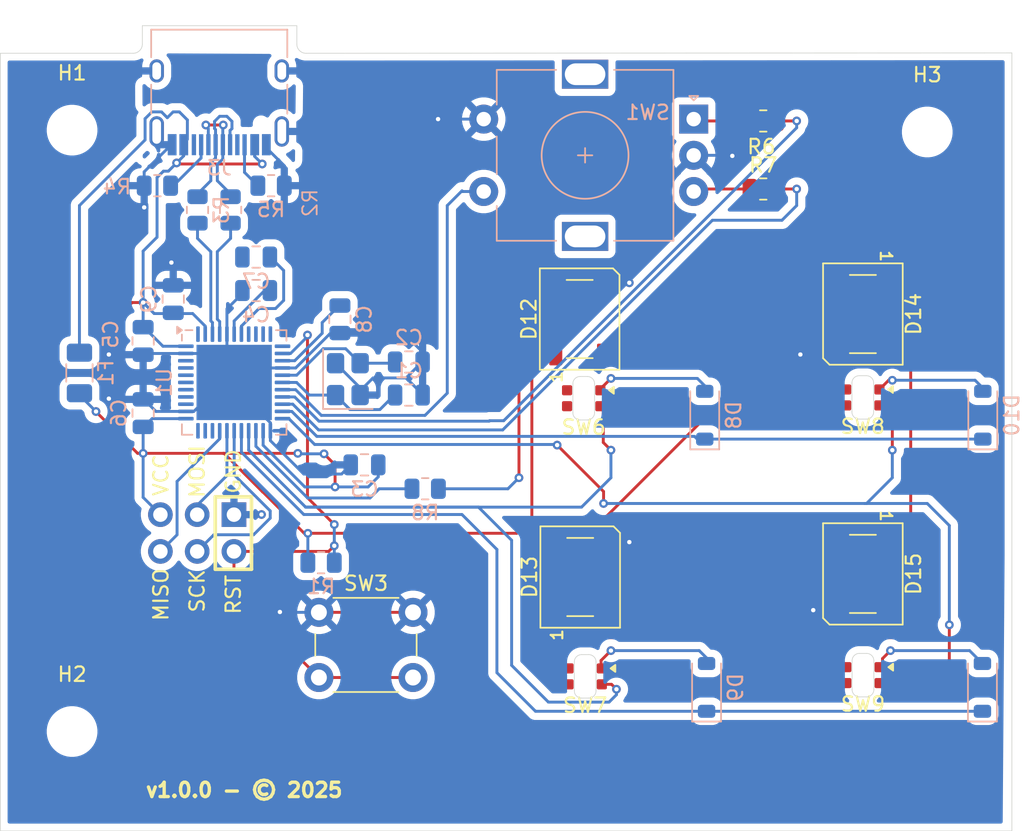
<source format=kicad_pcb>
(kicad_pcb (version 20241229) (generator "pcbnew") (generator_version "9.0")
  (title_block (title "Macropad PCB"))
  (layers (0 "F.Cu" signal) (2 "B.Cu" signal) (13 "F.Paste" user) (15 "B.Paste" user) (5 "F.SilkS" user "F.Silkscreen") (7 "B.SilkS" user "B.Silkscreen") (1 "F.Mask" user) (3 "B.Mask" user) (25 "Edge.Cuts" user))
  (net 0 "")
  (net 1 "GND")
  (net 2 "Net-(R7-Pad1)")
  (net 3 "Net-(R6-Pad2)")
  (net 4 "SW1")
  (net 5 "Net-(U1-XTAL1)")
  (net 6 "Net-(U1-XTAL2)")
  (net 7 "VCC")
  (net 8 "Net-(U1-UCAP)")
  (net 9 "D+")
  (net 10 "D-")
  (net 11 "Net-(J3-CC1)")
  (net 12 "Net-(J3-CC2)")
  (net 13 "R1")
  (net 14 "MOSI")
  (net 15 "C1")
  (net 16 "MISO")
  (net 21 "SCL")
  (net 24 "R2")
  (net 25 "C2")
  (net 33 "Net-(D8-A)")
  (net 34 "Net-(D9-A)")
  (net 35 "Net-(D10-A)")
  (net 36 "Net-(D11-A)")
  (net 37 "LEDInput")
  (net 38 "Net-(D12-DIN)")
  (net 39 "ENC2")
  (net 40 "ENC1")
  (net 42 "RESET")
  (net 44 "Net-(U1-VBUS)")
  (net 46 "Net-(D12-DOUT)")
  (net 47 "Net-(D13-DIN)")
  (net 48 "Net-(D13-DOUT)")
  (net 50 "5V")
  (net 51 "Net-(F1-Pad2)")
  (footprint "marbastlib-xp-mx:LED_MX_WS2812_2020" (layer "F.Cu") (at 149.853 77.131)
    (property "Reference" "SW8")
    (property "Value" "SW_Push" (hide yes))
    (fp_line (start -0.75 1) (end -0.75 -1) (stroke (width 0.05)) (layer "Edge.Cuts"))
    (fp_line (start -0.25 1.5) (end 0.25 1.5) (stroke (width 0.05)) (layer "Edge.Cuts"))
    (fp_line (start 0.25 -1.5) (end -0.25 -1.5) (stroke (width 0.05)) (layer "Edge.Cuts"))
    (fp_line (start 0.75 -1) (end 0.75 1) (stroke (width 0.05)) (layer "Edge.Cuts"))
    (fp_arc (start -0.75 -1) (mid -0.603554 -1.353553) (end -0.250001 -1.500001) (stroke (width 0.05)) (layer "Edge.Cuts"))
    (fp_arc (start -0.250001 1.499999) (mid -0.603553 1.353552) (end -0.75 1) (stroke (width 0.05)) (layer "Edge.Cuts"))
    (fp_arc (start 0.250001 -1.499999) (mid 0.603554 -1.353553) (end 0.75 -1) (stroke (width 0.05)) (layer "Edge.Cuts"))
    (fp_arc (start 0.75 1) (mid 0.603554 1.353554) (end 0.250001 1.500001) (stroke (width 0.05)) (layer "Edge.Cuts"))
  )
  (footprint "marbastlib-xp-mx:LED_MX_WS2812_2020" (layer "F.Cu") (at 130.5814 77.1864)
    (property "Reference" "SW6")
    (property "Value" "SW_Push" (hide yes))
    (fp_line (start -0.75 1) (end -0.75 -1) (stroke (width 0.05)) (layer "Edge.Cuts"))
    (fp_line (start -0.25 1.5) (end 0.25 1.5) (stroke (width 0.05)) (layer "Edge.Cuts"))
    (fp_line (start 0.25 -1.5) (end -0.25 -1.5) (stroke (width 0.05)) (layer "Edge.Cuts"))
    (fp_line (start 0.75 -1) (end 0.75 1) (stroke (width 0.05)) (layer "Edge.Cuts"))
    (fp_arc (start -0.75 -1) (mid -0.603554 -1.353553) (end -0.250001 -1.500001) (stroke (width 0.05)) (layer "Edge.Cuts"))
    (fp_arc (start -0.250001 1.499999) (mid -0.603553 1.353552) (end -0.75 1) (stroke (width 0.05)) (layer "Edge.Cuts"))
    (fp_arc (start 0.250001 -1.499999) (mid 0.603554 -1.353553) (end 0.75 -1) (stroke (width 0.05)) (layer "Edge.Cuts"))
    (fp_arc (start 0.75 1) (mid 0.603554 1.353554) (end 0.250001 1.500001) (stroke (width 0.05)) (layer "Edge.Cuts"))
  )
  (footprint "MountingHole:MountingHole_3mm" (layer "F.Cu") (at 95.25 100.203)
    (property "Reference" "H2")
    (property "Value" "MountingHole" (hide yes))
  )
  (footprint "LED_SMD:LED_WS2812B_PLCC4_5.0x5.0mm_P3.2mm" (layer "F.Cu") (at 149.859 89.318 -90)
    (property "Reference" "D15")
    (property "Value" "WS2812B")
  )
  (footprint "Resistor_SMD:R_0805_2012Metric" (layer "F.Cu") (at 142.9785 58.039 180)
    (property "Reference" "R6")
    (property "Value" "5k" (hide yes))
  )
  (footprint "LED_SMD:LED_WS2812B_PLCC4_5.0x5.0mm_P3.2mm" (layer "F.Cu") (at 149.86 71.374 -90)
    (property "Reference" "D14")
    (property "Value" "WS2812B")
  )
  (footprint "MountingHole:MountingHole_3mm" (layer "F.Cu") (at 95.25 58.674)
    (property "Reference" "H1")
    (property "Value" "MountingHole" (hide yes))
  )
  (footprint "LED_SMD:LED_WS2812B_PLCC4_5.0x5.0mm_P3.2mm" (layer "F.Cu") (at 130.301 71.718 90)
    (property "Reference" "D12")
    (property "Value" "WS2812B")
  )
  (footprint "MountingHole:MountingHole_3mm" (layer "F.Cu") (at 154.305 58.801)
    (property "Reference" "H3")
    (property "Value" "MountingHole" (hide yes))
  )
  (footprint "marbastlib-xp-mx:LED_MX_WS2812_2020" (layer "F.Cu") (at 149.867 96.308)
    (property "Reference" "SW9")
    (property "Value" "SW_Push" (hide yes))
    (fp_line (start -0.75 1) (end -0.75 -1) (stroke (width 0.05)) (layer "Edge.Cuts"))
    (fp_line (start -0.25 1.5) (end 0.25 1.5) (stroke (width 0.05)) (layer "Edge.Cuts"))
    (fp_line (start 0.25 -1.5) (end -0.25 -1.5) (stroke (width 0.05)) (layer "Edge.Cuts"))
    (fp_line (start 0.75 -1) (end 0.75 1) (stroke (width 0.05)) (layer "Edge.Cuts"))
    (fp_arc (start -0.75 -1) (mid -0.603554 -1.353553) (end -0.250001 -1.500001) (stroke (width 0.05)) (layer "Edge.Cuts"))
    (fp_arc (start -0.250001 1.499999) (mid -0.603553 1.353552) (end -0.75 1) (stroke (width 0.05)) (layer "Edge.Cuts"))
    (fp_arc (start 0.250001 -1.499999) (mid 0.603554 -1.353553) (end 0.75 -1) (stroke (width 0.05)) (layer "Edge.Cuts"))
    (fp_arc (start 0.75 1) (mid 0.603554 1.353554) (end 0.250001 1.500001) (stroke (width 0.05)) (layer "Edge.Cuts"))
  )
  (footprint "random-keyboard-parts.pretty-master:Reset_Pretty-Mask" (layer "F.Cu") (at 103.8884 86.496049 90)
    (property "Reference" "J2")
    (property "Value" "AVR-ISP-6")
  )
  (footprint "Button_Switch_THT:SW_PUSH_6mm" (layer "F.Cu") (at 112.2934 91.9734)
    (property "Reference" "SW3")
    (property "Value" "SW_Push")
  )
  (footprint "LED_SMD:LED_WS2812B_PLCC4_5.0x5.0mm_P3.2mm" (layer "F.Cu") (at 130.339 89.534 90)
    (property "Reference" "D13")
    (property "Value" "WS2812B")
  )
  (footprint "Resistor_SMD:R_0805_2012Metric" (layer "F.Cu") (at 142.9785 62.738)
    (property "Reference" "R7")
    (property "Value" "5k" (hide yes))
  )
  (footprint "marbastlib-xp-mx:LED_MX_WS2812_2020" (layer "F.Cu") (at 130.683 96.393)
    (property "Reference" "SW7")
    (property "Value" "SW_Push" (hide yes))
    (fp_line (start -0.75 1) (end -0.75 -1) (stroke (width 0.05)) (layer "Edge.Cuts"))
    (fp_line (start -0.25 1.5) (end 0.25 1.5) (stroke (width 0.05)) (layer "Edge.Cuts"))
    (fp_line (start 0.25 -1.5) (end -0.25 -1.5) (stroke (width 0.05)) (layer "Edge.Cuts"))
    (fp_line (start 0.75 -1) (end 0.75 1) (stroke (width 0.05)) (layer "Edge.Cuts"))
    (fp_arc (start -0.75 -1) (mid -0.603554 -1.353553) (end -0.250001 -1.500001) (stroke (width 0.05)) (layer "Edge.Cuts"))
    (fp_arc (start -0.250001 1.499999) (mid -0.603553 1.353552) (end -0.75 1) (stroke (width 0.05)) (layer "Edge.Cuts"))
    (fp_arc (start 0.250001 -1.499999) (mid 0.603554 -1.353553) (end 0.75 -1) (stroke (width 0.05)) (layer "Edge.Cuts"))
    (fp_arc (start 0.75 1) (mid 0.603554 1.353554) (end 0.250001 1.500001) (stroke (width 0.05)) (layer "Edge.Cuts"))
  )
  (footprint "Capacitor_SMD:C_0805_2012Metric" (layer "B.Cu") (at 107.9594 67.437)
    (property "Reference" "C7")
    (property "Value" "10u" (hide yes))
  )
  (footprint "Resistor_SMD:R_0805_2012Metric" (layer "B.Cu") (at 108.9914 62.5094)
    (property "Reference" "R5")
    (property "Value" "5k" (hide yes))
  )
  (footprint "Crystal:Crystal_SMD_3225-4Pin_3.2x2.5mm" (layer "B.Cu") (at 114.2924 75.869049 90)
    (property "Reference" "Y2" (hide yes))
    (property "Value" "Crystal_GND24")
  )
  (footprint "Capacitor_SMD:C_0805_2012Metric" (layer "B.Cu") (at 100.1564 73.229049 90)
    (property "Reference" "C5")
    (property "Value" "0.1u" (hide yes))
  )
  (footprint "Connector_USB:USB_C_Receptacle_HRO_TYPE-C-31-M-12" (layer "B.Cu") (at 105.412 55.6346)
    (property "Reference" "J3")
    (property "Value" "USB_C_Receptacle_USB2.0_14P")
  )
  (footprint "Resistor_SMD:R_0805_2012Metric" (layer "B.Cu") (at 112.4439 88.5444)
    (property "Reference" "R1")
    (property "Value" "10k" (hide yes))
  )
  (footprint "Rotary_Encoder:RotaryEncoder_Alps_EC11E-Switch_Vertical_H20mm" (layer "B.Cu") (at 138.176 57.912 180)
    (property "Reference" "SW1")
    (property "Value" "RotaryEncoder_Switch")
  )
  (footprint "Fuse:Fuse_1206_3216Metric" (layer "B.Cu") (at 95.758 75.441 90)
    (property "Reference" "F1")
    (property "Value" "Polyfuse" (hide yes))
  )
  (footprint "Resistor_SMD:R_0805_2012Metric" (layer "B.Cu") (at 119.634 83.439)
    (property "Reference" "R8")
    (property "Value" "330" (hide yes))
  )
  (footprint "Resistor_SMD:R_0805_2012Metric" (layer "B.Cu") (at 106.1974 64.1839 90)
    (property "Reference" "R2")
    (property "Value" "22")
  )
  (footprint "Capacitor_SMD:C_0805_2012Metric" (layer "B.Cu") (at 118.5064 76.969049 180)
    (property "Reference" "C1")
    (property "Value" "22pF" (hide yes))
  )
  (footprint "Capacitor_SMD:C_0805_2012Metric" (layer "B.Cu") (at 115.443 81.788)
    (property "Reference" "C3")
    (property "Value" "0.1u" (hide yes))
  )
  (footprint "Capacitor_SMD:C_0805_2012Metric" (layer "B.Cu") (at 113.7454 71.737049 90)
    (property "Reference" "C8")
    (property "Value" "0.1u" (hide yes))
  )
  (footprint "Diode_SMD:D_SOD-123" (layer "B.Cu") (at 158.115 97.154 90)
    (property "Reference" "D11" (hide yes))
    (property "Value" "SOD-123" (hide yes))
  )
  (footprint "Resistor_SMD:R_0805_2012Metric" (layer "B.Cu") (at 103.9114 64.1839 90)
    (property "Reference" "R3")
    (property "Value" "22" (hide yes))
  )
  (footprint "Capacitor_SMD:C_0805_2012Metric" (layer "B.Cu") (at 118.5064 74.683049 180)
    (property "Reference" "C2")
    (property "Value" "22pF" (hide yes))
  )
  (footprint "Diode_SMD:D_SOD-123" (layer "B.Cu") (at 139.065 97.154 90)
    (property "Reference" "D9")
    (property "Value" "SOD-123")
  )
  (footprint "Package_DFN_QFN:QFN-44-1EP_7x7mm_P0.5mm_EP5.2x5.2mm" (layer "B.Cu") (at 106.4434 76.097049 -90)
    (property "Reference" "U1")
    (property "Value" "ATmega32U4-M")
  )
  (footprint "Resistor_SMD:R_0805_2012Metric" (layer "B.Cu") (at 101.1409 62.5094 180)
    (property "Reference" "R4")
    (property "Value" "5k" (hide yes))
  )
  (footprint "Capacitor_SMD:C_0805_2012Metric" (layer "B.Cu") (at 102.235 70.340049 -90)
    (property "Reference" "C9")
    (property "Value" "0.1u" (hide yes))
  )
  (footprint "Capacitor_SMD:C_0805_2012Metric" (layer "B.Cu") (at 100.1564 78.214049 -90)
    (property "Reference" "C6")
    (property "Value" "0.1u" (hide yes))
  )
  (footprint "Diode_SMD:D_SOD-123" (layer "B.Cu") (at 158.1404 78.359 90)
    (property "Reference" "D10")
    (property "Value" "SOD-123")
  )
  (footprint "Diode_SMD:D_SOD-123" (layer "B.Cu") (at 138.938 78.359 90)
    (property "Reference" "D8")
    (property "Value" "SOD-123")
  )
  (footprint "Capacitor_SMD:C_0805_2012Metric" (layer "B.Cu") (at 107.9594 69.7484)
    (property "Reference" "C4")
    (property "Value" "1uF" (hide yes))
  )
  (gr_line (start 100.1014 52.7304) (end 100.1014 51.4604) (stroke (width 0.05)) (layer "Edge.Cuts"))
  (gr_line (start 100.1014 51.4604) (end 110.7694 51.4604) (stroke (width 0.05)) (layer "Edge.Cuts"))
  (gr_line (start 111.4044 53.3654) (end 160.147 53.34) (stroke (width 0.05)) (layer "Edge.Cuts"))
  (gr_arc (start 111.4044 53.3654) (mid 110.955387 53.179413) (end 110.7694 52.7304) (stroke (width 0.05)) (layer "Edge.Cuts"))
  (gr_line (start 110.7694 52.7304) (end 110.7694 51.4604) (stroke (width 0.05)) (layer "Edge.Cuts"))
  (gr_line (start 160.147 107.061) (end 90.29751 107.061) (stroke (width 0.05)) (layer "Edge.Cuts"))
  (gr_line (start 90.296965 53.3654) (end 90.297 107.061) (stroke (width 0.05)) (layer "Edge.Cuts"))
  (gr_arc (start 100.1014 52.7304) (mid 99.915413 53.179413) (end 99.4664 53.3654) (stroke (width 0.05)) (layer "Edge.Cuts"))
  (gr_line (start 160.147 53.34) (end 160.147 107.061) (stroke (width 0.05)) (layer "Edge.Cuts"))
  (gr_line (start 99.4664 53.3654) (end 90.296965 53.3654) (stroke (width 0.05)) (layer "Edge.Cuts"))
  (gr_text "v1.0.0 - © 2025" (at 100.2284 104.8258 0) (layer "F.SilkS") (effects (font (size 0.992 0.992) (thickness 0.231399) (bold yes)) (justify left bottom)))
  (segment (start 147.83 74.204) (end 145.578 74.204) (width 0.2) (layer "F.Cu") (net 1))
  (segment (start 133.678 69.268) (end 133.731 69.215) (width 0.2) (layer "F.Cu") (net 1))
  (segment (start 131.951 69.268) (end 133.678 69.268) (width 0.2) (layer "F.Cu") (net 1))
  (segment (start 145.578 74.204) (end 145.542 74.168) (width 0.2) (layer "F.Cu") (net 1))
  (segment (start 146.484 91.768) (end 146.431 91.821) (width 0.2) (layer "F.Cu") (net 1))
  (segment (start 148.209 91.768) (end 146.484 91.768) (width 0.2) (layer "F.Cu") (net 1))
  (segment (start 112.2934 91.9734) (end 118.7934 91.9734) (width 0.2) (layer "F.Cu") (net 1))
  (segment (start 132.027 87.122) (end 131.989 87.084) (width 0.2) (layer "F.Cu") (net 1))
  (segment (start 148.21 73.824) (end 147.83 74.204) (width 0.2) (layer "F.Cu") (net 1))
  (segment (start 133.731 87.122) (end 132.027 87.122) (width 0.2) (layer "F.Cu") (net 1))
  (via (at 100.2284 64.008) (size 0.6) (drill 0.3) (layers "F.Cu" "B.Cu") (net 1))
  (via (at 133.731 87.122) (size 0.6) (drill 0.3) (layers "F.Cu" "B.Cu") (net 1))
  (via (at 133.731 69.215) (size 0.6) (drill 0.3) (layers "F.Cu" "B.Cu") (net 1))
  (via (at 97.79 74.168) (size 0.6) (drill 0.3) (layers "F.Cu" "B.Cu") (net 1))
  (via (at 145.542 74.168) (size 0.6) (drill 0.3) (layers "F.Cu" "B.Cu") (net 1))
  (via (at 146.431 91.821) (size 0.6) (drill 0.3) (layers "F.Cu" "B.Cu") (net 1))
  (via (at 109.601 91.948) (size 0.6) (drill 0.3) (layers "F.Cu" "B.Cu") (net 1))
  (via (at 120.523 57.912) (size 0.6) (drill 0.3) (layers "F.Cu" "B.Cu") (net 1))
  (via (at 108.331 85.217) (size 0.6) (drill 0.3) (layers "F.Cu" "B.Cu") (net 1))
  (via (at 140.843 60.452) (size 0.6) (drill 0.3) (layers "F.Cu" "B.Cu") (net 1))
  (via (at 97.79 77.216) (size 0.6) (drill 0.3) (layers "F.Cu" "B.Cu") (net 1))
  (via (at 102.108 67.818) (size 0.6) (drill 0.3) (layers "F.Cu" "B.Cu") (net 1))
  (segment (start 113.8724 72.451049) (end 114.9834 72.451049) (width 0.2) (layer "B.Cu") (net 1))
  (segment (start 123.676 57.912) (end 120.523 57.912) (width 0.2) (layer "B.Cu") (net 1))
  (segment (start 119.4194 74.683049) (end 118.3174 75.785049) (width 0.2) (layer "B.Cu") (net 1))
  (segment (start 115.1424 76.969049) (end 115.1424 76.469049) (width 0.2) (layer "B.Cu") (net 1))
  (segment (start 108.6574 59.6224) (end 108.6574 60.2704) (width 0.2) (layer "B.Cu") (net 1))
  (segment (start 108.9434 78.881251) (end 108.9434 79.434549) (width 0.2) (layer "B.Cu") (net 1))
  (segment (start 115.6504 73.118049) (end 118.5714 73.118049) (width 0.2) (layer "B.Cu") (net 1))
  (segment (start 103.1059 78.097049) (end 101.0394 78.097049) (width 0.2) (layer "B.Cu") (net 1))
  (segment (start 109.7809 75.097049) (end 110.6913 75.097049) (width 0.2) (layer "B.Cu") (net 1))
  (segment (start 138.176 60.412) (end 140.803 60.412) (width 0.2) (layer "B.Cu") (net 1))
  (segment (start 100.2884 74.097049) (end 100.1564 74.229049) (width 0.2) (layer "B.Cu") (net 1))
  (segment (start 100.203 64.135) (end 100.2284 64.1096) (width 0.2) (layer "B.Cu") (net 1))
  (segment (start 116.0314 75.785049) (end 115.1424 76.674049) (width 0.2) (layer "B.Cu") (net 1))
  (segment (start 104.4434 74.097049) (end 106.4434 76.097049) (width 0.2) (layer "B.Cu") (net 1))
  (segment (start 106.4284 85.226049) (end 108.321951 85.226049) (width 0.2) (layer "B.Cu") (net 1))
  (segment (start 97.838049 77.264049) (end 97.79 77.216) (width 0.2) (layer "B.Cu") (net 1))
  (segment (start 101.0394 78.097049) (end 100.1564 77.214049) (width 0.2) (layer "B.Cu") (net 1))
  (segment (start 105.9434 71.0184) (end 106.9594 70.0024) (width 0.2) (layer "B.Cu") (net 1))
  (segment (start 115.1424 76.674049) (end 115.1424 76.969049) (width 0.2) (layer "B.Cu") (net 1))
  (segment (start 102.108 67.818) (end 102.108 69.343449) (width 0.2) (layer "B.Cu") (net 1))
  (segment (start 112.2934 91.9734) (end 109.6264 91.9734) (width 0.2) (layer "B.Cu") (net 1))
  (segment (start 97.801049 74.179049) (end 97.79 74.168) (width 0.2) (layer "B.Cu") (net 1))
  (segment (start 119.5064 74.053049) (end 119.5064 74.683049) (width 0.2) (layer "B.Cu") (net 1))
  (segment (start 113.0513 72.737049) (end 113.7454 72.737049) (width 0.2) (layer "B.Cu") (net 1))
  (segment (start 119.5064 74.683049) (end 119.4194 74.683049) (width 0.2) (layer "B.Cu") (net 1))
  (segment (start 108.6574 59.6224) (end 108.6574 59.8894) (width 0.2) (layer "B.Cu") (net 1))
  (segment (start 100.2284 61.5514) (end 102.1574 59.6224) (width 0.2) (layer "B.Cu") (net 1))
  (segment (start 109.7809 75.097049) (end 106.659198 75.097049) (width 0.2) (layer "B.Cu") (net 1))
  (segment (start 111.252 82.423) (end 113.858 82.423) (width 0.2) (layer "B.Cu") (net 1))
  (segment (start 100.1564 77.264049) (end 97.838049 77.264049) (width 0.2) (layer "B.Cu") (net 1))
  (segment (start 118.5714 73.118049) (end 119.5064 74.053049) (width 0.2) (layer "B.Cu") (net 1))
  (segment (start 109.9039 61.1359) (end 109.9039 62.5094) (width 0.2) (layer "B.Cu") (net 1))
  (segment (start 100.2284 62.5094) (end 100.2284 61.5514) (width 0.2) (layer "B.Cu") (net 1))
  (segment (start 140.803 60.412) (end 140.843 60.452) (width 0.2) (layer "B.Cu") (net 1))
  (segment (start 108.9434 80.1144) (end 111.252 82.423) (width 0.2) (layer "B.Cu") (net 1))
  (segment (start 108.321951 85.226049) (end 108.331 85.217) (width 0.2) (layer "B.Cu") (net 1))
  (segment (start 100.2284 62.5094) (end 100.2284 64.008) (width 0.2) (layer "B.Cu") (net 1))
  (segment (start 113.858 82.423) (end 114.493 81.788) (width 0.2) (layer "B.Cu") (net 1))
  (segment (start 108.9434 79.434549) (end 108.9434 80.1144) (width 0.2) (layer "B.Cu") (net 1))
  (segment (start 105.9434 72.759549) (end 105.9434 71.0184) (width 0.2) (layer "B.Cu") (net 1))
  (segment (start 106.659198 75.097049) (end 103.659198 78.097049) (width 0.2) (layer "B.Cu") (net 1))
  (segment (start 102.108 69.343449) (end 102.0614 69.390049) (width 0.2) (layer "B.Cu") (net 1))
  (segment (start 109.6264 91.9734) (end 109.601 91.948) (width 0.2) (layer "B.Cu") (net 1))
  (segment (start 114.9834 72.451049) (end 115.6504 73.118049) (width 0.2) (layer "B.Cu") (net 1))
  (segment (start 105.9434 72.759549) (end 105.9434 75.881251) (width 0.2) (layer "B.Cu") (net 1))
  (segment (start 103.659198 78.097049) (end 103.1059 78.097049) (width 0.2) (layer "B.Cu") (net 1))
  (segment (start 110.6913 75.097049) (end 113.0513 72.737049) (width 0.2) (layer "B.Cu") (net 1))
  (segment (start 119.5064 76.969049) (end 119.5014 76.969049) (width 0.2) (layer "B.Cu") (net 1))
  (segment (start 119.5014 76.969049) (end 118.3174 75.785049) (width 0.2) (layer "B.Cu") (net 1))
  (segment (start 100.2284 64.008) (end 100.2284 64.1096) (width 0.2) (layer "B.Cu") (net 1))
  (segment (start 115.1424 76.469049) (end 113.4424 74.769049) (width 0.2) (layer "B.Cu") (net 1))
  (segment (start 103.1059 74.097049) (end 100.2884 74.097049) (width 0.2) (layer "B.Cu") (net 1))
  (segment (start 100.1564 74.179049) (end 97.801049 74.179049) (width 0.2) (layer "B.Cu") (net 1))
  (segment (start 106.9594 70.0024) (end 106.9594 69.7484) (width 0.2) (layer "B.Cu") (net 1))
  (segment (start 105.9434 75.881251) (end 108.9434 78.881251) (width 0.2) (layer "B.Cu") (net 1))
  (segment (start 118.3174 75.785049) (end 116.0314 75.785049) (width 0.2) (layer "B.Cu") (net 1))
  (segment (start 108.6574 59.8894) (end 109.9039 61.1359) (width 0.2) (layer "B.Cu") (net 1))
  (segment (start 103.1059 74.097049) (end 104.4434 74.097049) (width 0.2) (layer "B.Cu") (net 1))
  (segment (start 138.35 62.738) (end 138.176 62.912) (width 0.2) (layer "F.Cu") (net 2))
  (segment (start 142.066 62.738) (end 138.35 62.738) (width 0.2) (layer "F.Cu") (net 2))
  (segment (start 138.303 58.039) (end 138.176 57.912) (width 0.2) (layer "F.Cu") (net 3))
  (segment (start 142.066 58.039) (end 138.303 58.039) (width 0.2) (layer "F.Cu") (net 3))
  (segment (start 109.7809 76.597049) (end 110.6883 76.597049) (width 0.2) (layer "B.Cu") (net 4))
  (segment (start 119.621951 78.371049) (end 121.158 76.835) (width 0.2) (layer "B.Cu") (net 4))
  (segment (start 121.158 76.835) (end 121.158 63.881) (width 0.2) (layer "B.Cu") (net 4))
  (segment (start 122.221 62.912) (end 123.676 62.912) (width 0.2) (layer "B.Cu") (net 4))
  (segment (start 122.174 62.865) (end 122.221 62.912) (width 0.2) (layer "B.Cu") (net 4))
  (segment (start 121.158 63.881) (end 122.174 62.865) (width 0.2) (layer "B.Cu") (net 4))
  (segment (start 110.6883 76.597049) (end 112.4623 78.371049) (width 0.2) (layer "B.Cu") (net 4))
  (segment (start 112.4623 78.371049) (end 119.621951 78.371049) (width 0.2) (layer "B.Cu") (net 4))
  (segment (start 111.6274 76.969049) (end 113.4424 76.969049) (width 0.2) (layer "B.Cu") (net 5))
  (segment (start 110.7554 76.097049) (end 111.6274 76.969049) (width 0.2) (layer "B.Cu") (net 5))
  (segment (start 116.5054 77.970049) (end 117.5064 76.969049) (width 0.2) (layer "B.Cu") (net 5))
  (segment (start 114.4434 77.970049) (end 116.5054 77.970049) (width 0.2) (layer "B.Cu") (net 5))
  (segment (start 109.7809 76.097049) (end 110.7554 76.097049) (width 0.2) (layer "B.Cu") (net 5))
  (segment (start 113.4424 76.969049) (end 114.4434 77.970049) (width 0.2) (layer "B.Cu") (net 5))
  (segment (start 117.4204 74.769049) (end 117.5064 74.683049) (width 0.2) (layer "B.Cu") (net 6))
  (segment (start 115.1424 74.769049) (end 117.4204 74.769049) (width 0.2) (layer "B.Cu") (net 6))
  (segment (start 110.7584 75.597049) (end 112.5874 73.768049) (width 0.2) (layer "B.Cu") (net 6))
  (segment (start 109.7809 75.597049) (end 110.7584 75.597049) (width 0.2) (layer "B.Cu") (net 6))
  (segment (start 112.5874 73.768049) (end 114.1414 73.768049) (width 0.2) (layer "B.Cu") (net 6))
  (segment (start 114.1414 73.768049) (end 115.1424 74.769049) (width 0.2) (layer "B.Cu") (net 6))
  (segment (start 153.162 69.723) (end 152.363 68.924) (width 0.2) (layer "F.Cu") (net 7))
  (segment (start 108.3818 61.0108) (end 102.5398 61.0108) (width 0.2) (layer "F.Cu") (net 7))
  (segment (start 96.901 78.11765) (end 96.901 78.105) (width 0.2) (layer "F.Cu") (net 7))
  (segment (start 98.6324 79.849049) (end 98.6324 71.340049) (width 0.2) (layer "F.Cu") (net 7))
  (segment (start 100.1564 80.992049) (end 110.837049 80.992049) (width 0.2) (layer "F.Cu") (net 7))
  (segment (start 151.509 86.868) (end 152.4 86.868) (width 0.2) (layer "F.Cu") (net 7))
  (segment (start 153.162 92.583) (end 153.162 87.63) (width 0.2) (layer "F.Cu") (net 7))
  (segment (start 125.9586 86.5124) (end 127 85.471) (width 0.2) (layer "F.Cu") (net 7))
  (segment (start 127 74.295) (end 127 85.471) (width 0.2) (layer "F.Cu") (net 7))
  (segment (start 99.7754 80.992049) (end 98.799675 80.016325) (width 0.2) (layer "F.Cu") (net 7))
  (segment (start 127.127 74.168) (end 127 74.295) (width 0.2) (layer "F.Cu") (net 7))
  (segment (start 100.1564 80.992049) (end 99.7754 80.992049) (width 0.2) (layer "F.Cu") (net 7))
  (segment (start 127 92.111) (end 127 92.71) (width 0.2) (layer "F.Cu") (net 7))
  (segment (start 105.664 80.992049) (end 105.7444 80.992049) (width 0.2) (layer "F.Cu") (net 7))
  (segment (start 108.424049 83.659049) (end 111.2774 86.5124) (width 0.2) (layer "F.Cu") (net 7))
  (segment (start 152.019 93.726) (end 153.162 92.583) (width 0.2) (layer "F.Cu") (net 7))
  (segment (start 152.363 68.924) (end 151.51 68.924) (width 0.2) (layer "F.Cu") (net 7))
  (segment (start 102.5398 61.0108) (end 102.4679 60.9389) (width 0.2) (layer "F.Cu") (net 7))
  (segment (start 153.162 86.106) (end 153.162 69.723) (width 0.2) (layer "F.Cu") (net 7))
  (segment (start 111.5314 86.5124) (end 125.9586 86.5124) (width 0.2) (layer "F.Cu") (net 7))
  (segment (start 128.689 91.984) (end 127.127 91.984) (width 0.2) (layer "F.Cu") (net 7))
  (segment (start 113.411 83.312) (end 113.411 81.788) (width 0.2) (layer "F.Cu") (net 7))
  (segment (start 127 91.857) (end 127.127 91.984) (width 0.2) (layer "F.Cu") (net 7))
  (segment (start 99.3944 70.578049) (end 100.1564 70.578049) (width 0.2) (layer "F.Cu") (net 7))
  (segment (start 153.162 87.63) (end 152.4 86.868) (width 0.2) (layer "F.Cu") (net 7))
  (segment (start 127.127 91.984) (end 127 92.111) (width 0.2) (layer "F.Cu") (net 7))
  (segment (start 113.411 81.788) (end 112.649 81.026) (width 0.2) (layer "F.Cu") (net 7))
  (segment (start 98.6324 71.340049) (end 99.3944 70.578049) (width 0.2) (layer "F.Cu") (net 7))
  (segment (start 151.6 68.834) (end 151.51 68.924) (width 0.2) (layer "F.Cu") (net 7))
  (segment (start 105.7444 80.992049) (end 108.4114 83.659049) (width 0.2) (layer "F.Cu") (net 7))
  (segment (start 128.016 93.726) (end 152.019 93.726) (width 0.2) (layer "F.Cu") (net 7))
  (segment (start 127 92.71) (end 128.016 93.726) (width 0.2) (layer "F.Cu") (net 7))
  (segment (start 110.837049 80.992049) (end 110.871 81.026) (width 0.2) (layer "F.Cu") (net 7))
  (segment (start 111.2774 86.5124) (end 111.5314 86.5124) (width 0.2) (layer "F.Cu") (net 7))
  (segment (start 127 85.471) (end 127 91.857) (width 0.2) (layer "F.Cu") (net 7))
  (segment (start 152.4 86.868) (end 153.162 86.106) (width 0.2) (layer "F.Cu") (net 7))
  (segment (start 128.651 74.168) (end 127.127 74.168) (width 0.2) (layer "F.Cu") (net 7))
  (segment (start 98.799675 80.016325) (end 96.901 78.11765) (width 0.2) (layer "F.Cu") (net 7))
  (segment (start 108.4114 83.659049) (end 108.424049 83.659049) (width 0.2) (layer "F.Cu") (net 7))
  (segment (start 98.799675 80.016325) (end 98.6324 79.849049) (width 0.2) (layer "F.Cu") (net 7))
  (via (at 110.837049 80.992049) (size 0.6) (drill 0.3) (layers "F.Cu" "B.Cu") (net 7))
  (via (at 100.1564 70.578049) (size 0.6) (drill 0.3) (layers "F.Cu" "B.Cu") (net 7))
  (via (at 100.1564 80.992049) (size 0.6) (drill 0.3) (layers "F.Cu" "B.Cu") (net 7))
  (via (at 112.649 81.026) (size 0.6) (drill 0.3) (layers "F.Cu" "B.Cu") (net 7))
  (via (at 113.411 83.312) (size 0.6) (drill 0.3) (layers "F.Cu" "B.Cu") (net 7))
  (via (at 111.5314 86.5124) (size 0.6) (drill 0.3) (layers "F.Cu" "B.Cu") (net 7))
  (via (at 108.3818 61.0108) (size 0.6) (drill 0.3) (layers "F.Cu" "B.Cu") (net 7))
  (via (at 102.4679 60.9389) (size 0.6) (drill 0.3) (layers "F.Cu" "B.Cu") (net 7))
  (via (at 96.901 78.105) (size 0.6) (drill 0.3) (layers "F.Cu" "B.Cu") (net 7))
  (segment (start 102.9574 59.6224) (end 102.9574 60.4494) (width 0.2) (layer "B.Cu") (net 7))
  (segment (start 116.393 82.616) (end 116.393 81.788) (width 0.2) (layer "B.Cu") (net 7))
  (segment (start 104.4434 72.759549) (end 104.4434 72.206251) (width 0.2) (layer "B.Cu") (net 7))
  (segment (start 112.522 71.960449) (end 113.7454 70.737049) (width 0.2) (layer "B.Cu") (net 7))
  (segment (start 100.7734 78.597049) (end 100.1564 79.214049) (width 0.2) (layer "B.Cu") (net 7))
  (segment (start 108.4434 80.4355) (end 111.3199 83.312) (width 0.2) (layer "B.Cu") (net 7))
  (segment (start 104.4434 72.206251) (end 103.577198 71.340049) (width 0.2) (layer "B.Cu") (net 7))
  (segment (start 109.7809 74.597049) (end 110.6242 74.597049) (width 0.2) (layer "B.Cu") (net 7))
  (segment (start 108.3818 61.0108) (end 107.8574 60.4864) (width 0.2) (layer "B.Cu") (net 7))
  (segment (start 107.8574 60.4864) (end 107.8574 59.6224) (width 0.2) (layer "B.Cu") (net 7))
  (segment (start 102.4679 60.9389) (end 101.8984 61.5084) (width 0.2) (layer "B.Cu") (net 7))
  (segment (start 103.577198 71.340049) (end 102.0614 71.340049) (width 0.2) (layer "B.Cu") (net 7))
  (segment (start 103.1059 78.597049) (end 100.7734 78.597049) (width 0.2) (layer "B.Cu") (net 7))
  (segment (start 115.697 83.312) (end 116.393 82.616) (width 0.2) (layer "B.Cu") (net 7))
  (segment (start 101.8984 61.5084) (end 101.55574 61.5084) (width 0.2) (layer "B.Cu") (net 7))
  (segment (start 100.1564 70.578049) (end 100.1564 67.0264) (width 0.2) (layer "B.Cu") (net 7))
  (segment (start 95.758 76.962) (end 96.901 78.105) (width 0.2) (layer "B.Cu") (net 7))
  (segment (start 102.0614 71.340049) (end 100.9184 71.340049) (width 0.2) (layer "B.Cu") (net 7))
  (segment (start 95.758 76.841) (end 95.758 76.962) (width 0.2) (layer "B.Cu") (net 7))
  (segment (start 112.649 81.026) (end 110.871 81.026) (width 0.2) (layer "B.Cu") (net 7))
  (segment (start 101.55574 61.5084) (end 101.1174 61.94674) (width 0.2) (layer "B.Cu") (net 7))
  (segment (start 100.1564 72.229049) (end 100.1564 70.578049) (width 0.2) (layer "B.Cu") (net 7))
  (segment (start 100.9184 71.340049) (end 100.1564 70.578049) (width 0.2) (layer "B.Cu") (net 7))
  (segment (start 101.1174 61.94674) (end 101.1174 66.0654) (width 0.2) (layer "B.Cu") (net 7))
  (segment (start 102.9574 60.4494) (end 102.4679 60.9389) (width 0.2) (layer "B.Cu") (net 7))
  (segment (start 110.871 81.026) (end 110.837049 80.992049) (width 0.2) (layer "B.Cu") (net 7))
  (segment (start 108.4434 79.434549) (end 108.4434 80.4355) (width 0.2) (layer "B.Cu") (net 7))
  (segment (start 113.411 83.312) (end 115.697 83.312) (width 0.2) (layer "B.Cu") (net 7))
  (segment (start 111.5314 88.5444) (end 111.5314 86.5124) (width 0.2) (layer "B.Cu") (net 7))
  (segment (start 103.1059 73.597049) (end 101.5244 73.597049) (width 0.2) (layer "B.Cu") (net 7))
  (segment (start 111.3199 83.312) (end 113.411 83.312) (width 0.2) (layer "B.Cu") (net 7))
  (segment (start 110.6242 74.597049) (end 112.522 72.699249) (width 0.2) (layer "B.Cu") (net 7))
  (segment (start 100.1564 67.0264) (end 101.1174 66.0654) (width 0.2) (layer "B.Cu") (net 7))
  (segment (start 112.522 72.699249) (end 112.522 71.960449) (width 0.2) (layer "B.Cu") (net 7))
  (segment (start 100.1564 80.992049) (end 100.1564 84.034049) (width 0.2) (layer "B.Cu") (net 7))
  (segment (start 100.1564 84.034049) (end 101.3484 85.226049) (width 0.2) (layer "B.Cu") (net 7))
  (segment (start 100.1564 80.992049) (end 100.1564 79.214049) (width 0.2) (layer "B.Cu") (net 7))
  (segment (start 101.5244 73.597049) (end 100.1564 72.229049) (width 0.2) (layer "B.Cu") (net 7))
  (segment (start 108.9594 70.0344) (end 108.9594 69.7484) (width 0.2) (layer "B.Cu") (net 8))
  (segment (start 106.4434 71.85056) (end 108.54556 69.7484) (width 0.2) (layer "B.Cu") (net 8))
  (segment (start 106.4434 72.759549) (end 106.4434 71.85056) (width 0.2) (layer "B.Cu") (net 8))
  (segment (start 108.54556 69.7484) (end 108.9594 69.7484) (width 0.2) (layer "B.Cu") (net 8))
  (segment (start 104.4884 58.3184) (end 105.6894 58.3184) (width 0.2) (layer "F.Cu") (net 9))
  (via (at 104.4884 58.3184) (size 0.6) (drill 0.3) (layers "F.Cu" "B.Cu") (net 9))
  (via (at 105.6894 58.3184) (size 0.6) (drill 0.3) (layers "F.Cu" "B.Cu") (net 9))
  (segment (start 105.4434 71.892525) (end 105.4434 72.759549) (width 0.2) (layer "B.Cu") (net 9))
  (segment (start 106.1974 66.055626) (end 106.1974 65.0964) (width 0.2) (layer "B.Cu") (net 9))
  (segment (start 106.1974 66.146401) (end 106.1974 66.055626) (width 0.2) (layer "B.Cu") (net 9))
  (segment (start 104.6574 59.6224) (end 104.6574 58.5564) (width 0.2) (layer "B.Cu") (net 9))
  (segment (start 105.2794 62.1659) (end 105.2794 61.0445) (width 0.2) (layer "B.Cu") (net 9))
  (segment (start 105.2794 67.064401) (end 105.2794 71.728525) (width 0.2) (layer "B.Cu") (net 9))
  (segment (start 105.6574 59.6224) (end 105.6574 58.3504) (width 0.2) (layer "B.Cu") (net 9))
  (segment (start 106.1974 66.146401) (end 105.2794 67.064401) (width 0.2) (layer "B.Cu") (net 9))
  (segment (start 105.2794 61.0445) (end 105.6574 60.6665) (width 0.2) (layer "B.Cu") (net 9))
  (segment (start 105.2794 71.728525) (end 105.4434 71.892525) (width 0.2) (layer "B.Cu") (net 9))
  (segment (start 105.6574 58.3504) (end 105.6894 58.3184) (width 0.2) (layer "B.Cu") (net 9))
  (segment (start 106.1974 63.0839) (end 105.2794 62.1659) (width 0.2) (layer "B.Cu") (net 9))
  (segment (start 106.1974 63.2714) (end 106.1974 63.0839) (width 0.2) (layer "B.Cu") (net 9))
  (segment (start 105.6574 60.6665) (end 105.6574 59.6224) (width 0.2) (layer "B.Cu") (net 9))
  (segment (start 106.1574 58.700343) (end 106.1574 59.6224) (width 0.2) (layer "B.Cu") (net 10))
  (segment (start 103.9114 66.146401) (end 103.9114 65.0964) (width 0.2) (layer "B.Cu") (net 10))
  (segment (start 105.1574 60.5994) (end 105.1574 59.6224) (width 0.2) (layer "B.Cu") (net 10))
  (segment (start 104.8294 62.1659) (end 104.8294 60.9274) (width 0.2) (layer "B.Cu") (net 10))
  (segment (start 105.440457 57.7174) (end 105.938343 57.7174) (width 0.2) (layer "B.Cu") (net 10))
  (segment (start 106.2904 58.069457) (end 106.2904 58.567343) (width 0.2) (layer "B.Cu") (net 10))
  (segment (start 105.0884 58.567343) (end 105.0884 58.069457) (width 0.2) (layer "B.Cu") (net 10))
  (segment (start 104.8294 67.064401) (end 103.9114 66.146401) (width 0.2) (layer "B.Cu") (net 10))
  (segment (start 105.0884 58.069457) (end 105.440457 57.7174) (width 0.2) (layer "B.Cu") (net 10))
  (segment (start 106.2904 58.567343) (end 106.1574 58.700343) (width 0.2) (layer "B.Cu") (net 10))
  (segment (start 103.9114 63.0839) (end 104.8294 62.1659) (width 0.2) (layer "B.Cu") (net 10))
  (segment (start 104.9434 72.759549) (end 104.9434 71.959625) (width 0.2) (layer "B.Cu") (net 10))
  (segment (start 105.1574 58.636343) (end 105.0884 58.567343) (width 0.2) (layer "B.Cu") (net 10))
  (segment (start 103.9114 63.2714) (end 103.9114 63.0839) (width 0.2) (layer "B.Cu") (net 10))
  (segment (start 104.9434 71.959625) (end 104.8294 71.845625) (width 0.2) (layer "B.Cu") (net 10))
  (segment (start 104.8294 71.845625) (end 104.8294 67.064401) (width 0.2) (layer "B.Cu") (net 10))
  (segment (start 105.938343 57.7174) (end 106.2904 58.069457) (width 0.2) (layer "B.Cu") (net 10))
  (segment (start 104.8294 60.9274) (end 105.1574 60.5994) (width 0.2) (layer "B.Cu") (net 10))
  (segment (start 105.1574 59.6224) (end 105.1574 58.636343) (width 0.2) (layer "B.Cu") (net 10))
  (segment (start 102.0534 62.5094) (end 102.2474 62.5094) (width 0.2) (layer "B.Cu") (net 11))
  (segment (start 104.1574 60.5994) (end 104.1574 59.6224) (width 0.2) (layer "B.Cu") (net 11))
  (segment (start 102.2474 62.5094) (end 104.1574 60.5994) (width 0.2) (layer "B.Cu") (net 11))
  (segment (start 108.0789 62.5094) (end 107.1574 61.5879) (width 0.2) (layer "B.Cu") (net 12))
  (segment (start 107.1574 61.5879) (end 107.1574 59.6224) (width 0.2) (layer "B.Cu") (net 12))
  (segment (start 112.1473 79.8214) (end 138.2324 79.8214) (width 0.2) (layer "B.Cu") (net 13))
  (segment (start 109.7809 78.097049) (end 110.422949 78.097049) (width 0.2) (layer "B.Cu") (net 13))
  (segment (start 110.422949 78.097049) (end 112.1473 79.8214) (width 0.2) (layer "B.Cu") (net 13))
  (segment (start 158.1404 80.009) (end 138.938 80.009) (width 0.2) (layer "B.Cu") (net 13))
  (segment (start 138.2324 79.8214) (end 138.42 80.009) (width 0.2) (layer "B.Cu") (net 13))
  (segment (start 138.42 80.009) (end 138.938 80.009) (width 0.2) (layer "B.Cu") (net 13))
  (segment (start 103.8884 84.5796) (end 105.9434 82.5246) (width 0.2) (layer "B.Cu") (net 14))
  (segment (start 103.8884 85.226049) (end 103.8884 84.5796) (width 0.2) (layer "B.Cu") (net 14))
  (segment (start 105.9434 82.5246) (end 105.9434 79.434549) (width 0.2) (layer "B.Cu") (net 14))
  (segment (start 132.842 97.282) (end 132.503 96.943) (width 0.2) (layer "F.Cu") (net 15))
  (segment (start 132.503 96.943) (end 132.034 96.943) (width 0.2) (layer "F.Cu") (net 15))
  (segment (start 132.461 80.772) (end 131.9324 80.2434) (width 0.2) (layer "F.Cu") (net 15))
  (segment (start 131.9324 80.2434) (end 131.9324 77.7364) (width 0.2) (layer "F.Cu") (net 15))
  (via (at 132.842 97.282) (size 0.6) (drill 0.3) (layers "F.Cu" "B.Cu") (net 15))
  (via (at 132.461 80.772) (size 0.6) (drill 0.3) (layers "F.Cu" "B.Cu") (net 15))
  (segment (start 132.461 82.677) (end 132.461 80.772) (width 0.2) (layer "B.Cu") (net 15))
  (segment (start 125.603 86.995) (end 125.603 95.631) (width 0.2) (layer "B.Cu") (net 15))
  (segment (start 107.4434 80.7734) (end 111.379 84.709) (width 0.2) (layer "B.Cu") (net 15))
  (segment (start 128.143 98.171) (end 131.953 98.171) (width 0.2) (layer "B.Cu") (net 15))
  (segment (start 131.953 98.171) (end 132.334 98.171) (width 0.2) (layer "B.Cu") (net 15))
  (segment (start 130.429 84.709) (end 132.461 82.677) (width 0.2) (layer "B.Cu") (net 15))
  (segment (start 125.603 95.631) (end 128.143 98.171) (width 0.2) (layer "B.Cu") (net 15))
  (segment (start 111.379 84.709) (end 123.317 84.709) (width 0.2) (layer "B.Cu") (net 15))
  (segment (start 107.4434 79.434549) (end 107.4434 80.7734) (width 0.2) (layer "B.Cu") (net 15))
  (segment (start 132.842 97.663) (end 132.842 97.282) (width 0.2) (layer "B.Cu") (net 15))
  (segment (start 123.317 84.709) (end 125.603 86.995) (width 0.2) (layer "B.Cu") (net 15))
  (segment (start 111.379 84.709) (end 130.429 84.709) (width 0.2) (layer "B.Cu") (net 15))
  (segment (start 132.334 98.171) (end 132.842 97.663) (width 0.2) (layer "B.Cu") (net 15))
  (segment (start 102.4994 86.615049) (end 102.4994 82.931847) (width 0.2) (layer "B.Cu") (net 16))
  (segment (start 102.4994 82.931847) (end 105.4434 79.987847) (width 0.2) (layer "B.Cu") (net 16))
  (segment (start 105.4434 79.987847) (end 105.4434 79.434549) (width 0.2) (layer "B.Cu") (net 16))
  (segment (start 101.3484 87.766049) (end 102.4994 86.615049) (width 0.2) (layer "B.Cu") (net 16))
  (segment (start 106.4434 79.434549) (end 106.4434 82.479457) (width 0.2) (layer "B.Cu") (net 21))
  (segment (start 105.0394 86.615049) (end 103.8884 87.766049) (width 0.2) (layer "B.Cu") (net 21))
  (segment (start 106.4434 82.479457) (end 108.932 84.968057) (width 0.2) (layer "B.Cu") (net 21))
  (segment (start 107.782894 86.615049) (end 105.0394 86.615049) (width 0.2) (layer "B.Cu") (net 21))
  (segment (start 108.932 85.465943) (end 107.782894 86.615049) (width 0.2) (layer "B.Cu") (net 21))
  (segment (start 108.932 84.968057) (end 108.932 85.465943) (width 0.2) (layer "B.Cu") (net 21))
  (segment (start 124.587 87.63) (end 124.587 96.139) (width 0.2) (layer "B.Cu") (net 24))
  (segment (start 122.174 85.217) (end 124.587 87.63) (width 0.2) (layer "B.Cu") (net 24))
  (segment (start 111.252 85.217) (end 122.174 85.217) (width 0.2) (layer "B.Cu") (net 24))
  (segment (start 106.9434 79.434549) (end 106.9434 80.9084) (width 0.2) (layer "B.Cu") (net 24))
  (segment (start 106.9434 80.9084) (end 111.252 85.217) (width 0.2) (layer "B.Cu") (net 24))
  (segment (start 158.115 98.804) (end 139.065 98.804) (width 0.2) (layer "B.Cu") (net 24))
  (segment (start 127.252 98.804) (end 139.065 98.804) (width 0.2) (layer "B.Cu") (net 24))
  (segment (start 124.587 96.139) (end 127.252 98.804) (width 0.2) (layer "B.Cu") (net 24))
  (segment (start 128.74625 80.42275) (end 128.7145 80.391) (width 0.2) (layer "F.Cu") (net 25))
  (segment (start 155.829 95.25) (end 154.178 96.901) (width 0.2) (layer "F.Cu") (net 25))
  (segment (start 154.178 96.901) (end 151.218 96.901) (width 0.2) (layer "F.Cu") (net 25))
  (segment (start 131.953 83.6295) (end 128.74625 80.42275) (width 0.2) (layer "F.Cu") (net 25))
  (segment (start 151.892 78.369) (end 151.204 77.681) (width 0.2) (layer "F.Cu") (net 25))
  (segment (start 131.953 84.455) (end 131.953 83.6295) (width 0.2) (layer "F.Cu") (net 25))
  (segment (start 151.218 96.901) (end 151.218 96.858) (width 0.2) (layer "F.Cu") (net 25))
  (segment (start 151.892 80.772) (end 151.892 78.369) (width 0.2) (layer "F.Cu") (net 25))
  (segment (start 155.829 92.837) (end 155.829 95.25) (width 0.2) (layer "F.Cu") (net 25))
  (via (at 155.829 92.837) (size 0.6) (drill 0.3) (layers "F.Cu" "B.Cu") (net 25))
  (via (at 128.74625 80.42275) (size 0.6) (drill 0.3) (layers "F.Cu" "B.Cu") (net 25))
  (via (at 131.953 84.455) (size 0.6) (drill 0.3) (layers "F.Cu" "B.Cu") (net 25))
  (via (at 151.892 80.772) (size 0.6) (drill 0.3) (layers "F.Cu" "B.Cu") (net 25))
  (segment (start 155.829 85.979) (end 155.829 92.837) (width 0.2) (layer "B.Cu") (net 25))
  (segment (start 112.004 80.381) (end 128.7045 80.381) (width 0.2) (layer "B.Cu") (net 25))
  (segment (start 151.892 82.677) (end 150.114 84.455) (width 0.2) (layer "B.Cu") (net 25))
  (segment (start 151.892 80.772) (end 151.892 82.677) (width 0.2) (layer "B.Cu") (net 25))
  (segment (start 109.7809 78.597049) (end 110.220049 78.597049) (width 0.2) (layer "B.Cu") (net 25))
  (segment (start 149.987 84.455) (end 131.953 84.455) (width 0.2) (layer "B.Cu") (net 25))
  (segment (start 154.305 84.455) (end 155.829 85.979) (width 0.2) (layer "B.Cu") (net 25))
  (segment (start 110.220049 78.597049) (end 112.004 80.381) (width 0.2) (layer "B.Cu") (net 25))
  (segment (start 128.7045 80.381) (end 128.74625 80.42275) (width 0.2) (layer "B.Cu") (net 25))
  (segment (start 149.987 84.455) (end 154.305 84.455) (width 0.2) (layer "B.Cu") (net 25))
  (segment (start 150.114 84.455) (end 149.987 84.455) (width 0.2) (layer "B.Cu") (net 25))
  (segment (start 132.461 75.819) (end 131.9324 76.3476) (width 0.2) (layer "F.Cu") (net 33))
  (segment (start 131.9324 76.3476) (end 131.9324 76.6364) (width 0.2) (layer "F.Cu") (net 33))
  (via (at 132.461 75.819) (size 0.6) (drill 0.3) (layers "F.Cu" "B.Cu") (net 33))
  (segment (start 132.461 75.819) (end 132.334 75.819) (width 0.2) (layer "B.Cu") (net 33))
  (segment (start 138.938 76.709) (end 138.938 76.327) (width 0.2) (layer "B.Cu") (net 33))
  (segment (start 138.43 75.819) (end 132.461 75.819) (width 0.2) (layer "B.Cu") (net 33))
  (segment (start 138.938 76.327) (end 138.43 75.819) (width 0.2) (layer "B.Cu") (net 33))
  (segment (start 132.461 94.615) (end 131.78 95.296) (width 0.2) (layer "F.Cu") (net 34))
  (segment (start 131.78 95.296) (end 131.78 95.462) (width 0.2) (layer "F.Cu") (net 34))
  (via (at 132.461 94.615) (size 0.6) (drill 0.3) (layers "F.Cu" "B.Cu") (net 34))
  (segment (start 138.557 94.615) (end 132.461 94.615) (width 0.2) (layer "B.Cu") (net 34))
  (segment (start 139.065 95.123) (end 138.557 94.615) (width 0.2) (layer "B.Cu") (net 34))
  (segment (start 139.065 95.504) (end 139.065 95.123) (width 0.2) (layer "B.Cu") (net 34))
  (segment (start 151.892 75.946) (end 151.638 75.946) (width 0.2) (layer "F.Cu") (net 35))
  (segment (start 151.638 75.946) (end 151.204 76.38) (width 0.2) (layer "F.Cu") (net 35))
  (segment (start 151.204 76.38) (end 151.204 76.581) (width 0.2) (layer "F.Cu") (net 35))
  (via (at 151.892 75.946) (size 0.6) (drill 0.3) (layers "F.Cu" "B.Cu") (net 35))
  (segment (start 158.1404 76.4794) (end 157.607 75.946) (width 0.2) (layer "B.Cu") (net 35))
  (segment (start 157.607 75.946) (end 151.892 75.946) (width 0.2) (layer "B.Cu") (net 35))
  (segment (start 158.1404 76.709) (end 158.1404 76.4794) (width 0.2) (layer "B.Cu") (net 35))
  (segment (start 151.218 95.162) (end 151.218 95.758) (width 0.2) (layer "F.Cu") (net 36))
  (segment (start 151.765 94.615) (end 151.218 95.162) (width 0.2) (layer "F.Cu") (net 36))
  (via (at 151.765 94.615) (size 0.6) (drill 0.3) (layers "F.Cu" "B.Cu") (net 36))
  (segment (start 158.115 95.504) (end 157.226 94.615) (width 0.2) (layer "B.Cu") (net 36))
  (segment (start 157.226 94.615) (end 151.765 94.615) (width 0.2) (layer "B.Cu") (net 36))
  (segment (start 115.824 84.074) (end 111.5148 84.074) (width 0.2) (layer "B.Cu") (net 37))
  (segment (start 118.7215 83.439) (end 116.459 83.439) (width 0.2) (layer "B.Cu") (net 37))
  (segment (start 111.5148 84.074) (end 107.9434 80.5026) (width 0.2) (layer "B.Cu") (net 37))
  (segment (start 116.459 83.439) (end 115.824 84.074) (width 0.2) (layer "B.Cu") (net 37))
  (segment (start 107.9434 80.5026) (end 107.9434 79.434549) (width 0.2) (layer "B.Cu") (net 37))
  (segment (start 128.651 69.268) (end 128.651 70.866) (width 0.2) (layer "F.Cu") (net 38))
  (segment (start 128.651 70.866) (end 126.111 73.406) (width 0.2) (layer "F.Cu") (net 38))
  (segment (start 126.111 73.406) (end 126.111 82.677) (width 0.2) (layer "F.Cu") (net 38))
  (via (at 126.111 82.677) (size 0.6) (drill 0.3) (layers "F.Cu" "B.Cu") (net 38))
  (segment (start 120.5465 83.439) (end 125.349 83.439) (width 0.2) (layer "B.Cu") (net 38))
  (segment (start 125.349 83.439) (end 126.111 82.677) (width 0.2) (layer "B.Cu") (net 38))
  (segment (start 143.891 62.738) (end 145.288 62.738) (width 0.2) (layer "F.Cu") (net 39))
  (via (at 145.288 62.738) (size 0.6) (drill 0.3) (layers "F.Cu" "B.Cu") (net 39))
  (segment (start 139.466043 64.897) (end 144.272 64.897) (width 0.2) (layer "B.Cu") (net 39))
  (segment (start 144.272 64.897) (end 145.288 63.881) (width 0.2) (layer "B.Cu") (net 39))
  (segment (start 112.268 79.375) (end 124.988043 79.375) (width 0.2) (layer "B.Cu") (net 39))
  (segment (start 110.490049 77.597049) (end 112.268 79.375) (width 0.2) (layer "B.Cu") (net 39))
  (segment (start 124.988043 79.375) (end 139.466043 64.897) (width 0.2) (layer "B.Cu") (net 39))
  (segment (start 145.288 63.881) (end 145.288 62.738) (width 0.2) (layer "B.Cu") (net 39))
  (segment (start 109.7809 77.597049) (end 110.490049 77.597049) (width 0.2) (layer "B.Cu") (net 39))
  (segment (start 143.891 58.039) (end 145.288 58.039) (width 0.2) (layer "F.Cu") (net 40))
  (via (at 145.288 58.039) (size 0.6) (drill 0.3) (layers "F.Cu" "B.Cu") (net 40))
  (segment (start 124.046951 78.772049) (end 124.079 78.74) (width 0.2) (layer "B.Cu") (net 40))
  (segment (start 109.7809 77.097049) (end 110.6212 77.097049) (width 0.2) (layer "B.Cu") (net 40))
  (segment (start 124.079 78.74) (end 125.055943 78.74) (width 0.2) (layer "B.Cu") (net 40))
  (segment (start 110.6212 77.097049) (end 112.2962 78.772049) (width 0.2) (layer "B.Cu") (net 40))
  (segment (start 112.2962 78.772049) (end 124.046951 78.772049) (width 0.2) (layer "B.Cu") (net 40))
  (segment (start 125.055943 78.74) (end 145.288 58.507943) (width 0.2) (layer "B.Cu") (net 40))
  (segment (start 145.288 58.507943) (end 145.288 58.039) (width 0.2) (layer "B.Cu") (net 40))
  (segment (start 106.4284 90.6084) (end 112.2934 96.4734) (width 0.2) (layer "F.Cu") (net 42))
  (segment (start 106.4284 87.766049) (end 112.966351 87.766049) (width 0.2) (layer "F.Cu") (net 42))
  (segment (start 112.966351 87.766049) (end 113.3564 87.376) (width 0.2) (layer "F.Cu") (net 42))
  (segment (start 111.506 72.821801) (end 111.506 84.0562) (width 0.2) (layer "F.Cu") (net 42))
  (segment (start 112.2934 96.4734) (end 118.7934 96.4734) (width 0.2) (layer "F.Cu") (net 42))
  (segment (start 111.506 84.0562) (end 113.3564 85.9066) (width 0.2) (layer "F.Cu") (net 42))
  (segment (start 106.4284 87.766049) (end 106.4284 90.6084) (width 0.2) (layer "F.Cu") (net 42))
  (via (at 113.3564 85.9066) (size 0.6) (drill 0.3) (layers "F.Cu" "B.Cu") (net 42))
  (via (at 113.3564 87.376) (size 0.6) (drill 0.3) (layers "F.Cu" "B.Cu") (net 42))
  (via (at 111.506 72.821801) (size 0.6) (drill 0.3) (layers "F.Cu" "B.Cu") (net 42))
  (segment (start 113.3564 85.9066) (end 113.411 85.852) (width 0.2) (layer "B.Cu") (net 42))
  (segment (start 113.3564 87.376) (end 113.3564 87.0496) (width 0.2) (layer "B.Cu") (net 42))
  (segment (start 113.3564 88.5444) (end 113.3564 87.376) (width 0.2) (layer "B.Cu") (net 42))
  (segment (start 113.3564 87.376) (end 113.3564 85.9066) (width 0.2) (layer "B.Cu") (net 42))
  (segment (start 111.506 72.925247) (end 110.334198 74.097049) (width 0.2) (layer "B.Cu") (net 42))
  (segment (start 110.334198 74.097049) (end 109.7809 74.097049) (width 0.2) (layer "B.Cu") (net 42))
  (segment (start 111.506 72.821801) (end 111.506 72.925247) (width 0.2) (layer "B.Cu") (net 42))
  (segment (start 109.8604 70.43356) (end 109.30096 70.993) (width 0.2) (layer "B.Cu") (net 44))
  (segment (start 109.8604 68.3634) (end 109.8604 70.43356) (width 0.2) (layer "B.Cu") (net 44))
  (segment (start 108.9594 67.4624) (end 109.8604 68.3634) (width 0.2) (layer "B.Cu") (net 44))
  (segment (start 106.9434 72.206251) (end 106.9434 72.759549) (width 0.2) (layer "B.Cu") (net 44))
  (segment (start 108.156651 70.993) (end 106.9434 72.206251) (width 0.2) (layer "B.Cu") (net 44))
  (segment (start 109.30096 70.993) (end 108.156651 70.993) (width 0.2) (layer "B.Cu") (net 44))
  (segment (start 148.21 69.287548) (end 130.413548 87.084) (width 0.2) (layer "F.Cu") (net 47))
  (segment (start 148.21 68.924) (end 148.21 69.287548) (width 0.2) (layer "F.Cu") (net 47))
  (segment (start 130.413548 87.084) (end 128.689 87.084) (width 0.2) (layer "F.Cu") (net 47))
  (segment (start 151.509 91.768) (end 150.458 92.819) (width 0.2) (layer "F.Cu") (net 48))
  (segment (start 132.824 92.819) (end 131.989 91.984) (width 0.2) (layer "F.Cu") (net 48))
  (segment (start 150.458 92.819) (end 132.824 92.819) (width 0.2) (layer "F.Cu") (net 48))
  (segment (start 95.758 63.881) (end 100.291 59.348) (width 0.2) (layer "B.Cu") (net 51))
  (segment (start 102.657008 57.4136) (end 103.211 57.967592) (width 0.2) (layer "B.Cu") (net 51))
  (segment (start 103.211 57.967592) (end 103.211 59.3089) (width 0.2) (layer "B.Cu") (net 51))
  (segment (start 100.291 57.882815) (end 100.760215 57.4136) (width 0.2) (layer "B.Cu") (net 51))
  (segment (start 101.423785 57.4136) (end 101.824593 57.814407) (width 0.2) (layer "B.Cu") (net 51))
  (segment (start 95.758 74.041) (end 95.758 63.881) (width 0.2) (layer "B.Cu") (net 51))
  (segment (start 101.824593 57.814407) (end 102.2254 57.4136) (width 0.2) (layer "B.Cu") (net 51))
  (segment (start 100.291 59.348) (end 100.291 57.882815) (width 0.2) (layer "B.Cu") (net 51))
  (segment (start 102.2254 57.4136) (end 102.657008 57.4136) (width 0.2) (layer "B.Cu") (net 51))
  (segment (start 100.760215 57.4136) (end 101.423785 57.4136) (width 0.2) (layer "B.Cu") (net 51))
  (zone (net 1) (net_name "GND") (layer "B.Cu") (connect_pads (clearance 0.5)) (min_thickness 0.25) (fill yes (thermal_gap 0.5) (thermal_bridge_width 0.5))
    (polygon (pts (xy 90.424 53.721) (xy 159.893 53.34) (xy 159.512 106.934) (xy 90.297 106.934)))
  )
  (zone (net 0) (net_name "") (layer "B.Cu") (priority 1) (connect_pads (clearance 0.5)) (min_thickness 0.25) (fill yes (thermal_gap 0.5) (thermal_bridge_width 0.5) (island_removal_mode 1) (island_area_min 9.999999))
    (polygon (pts (xy 100.1014 53.3654) (xy 110.7186 53.4162) (xy 110.6424 60.8838) (xy 100.1268 60.8838)))
  )
)
</source>
